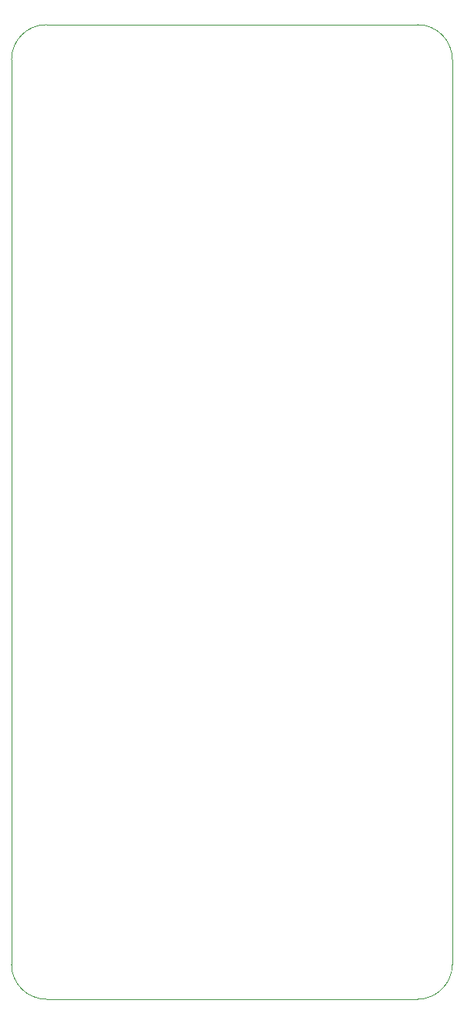
<source format=gbr>
%TF.GenerationSoftware,KiCad,Pcbnew,(6.0.5)*%
%TF.CreationDate,2022-09-15T17:30:36-04:00*%
%TF.ProjectId,protoboard,70726f74-6f62-46f6-9172-642e6b696361,0.1*%
%TF.SameCoordinates,Original*%
%TF.FileFunction,Profile,NP*%
%FSLAX46Y46*%
G04 Gerber Fmt 4.6, Leading zero omitted, Abs format (unit mm)*
G04 Created by KiCad (PCBNEW (6.0.5)) date 2022-09-15 17:30:36*
%MOMM*%
%LPD*%
G01*
G04 APERTURE LIST*
%TA.AperFunction,Profile*%
%ADD10C,0.100000*%
%TD*%
G04 APERTURE END LIST*
D10*
X151130000Y-158750000D02*
X110490000Y-158750000D01*
X110490000Y-52070000D02*
X151130000Y-52070000D01*
X106680000Y-154940000D02*
X106680000Y-55880000D01*
X154940000Y-55880000D02*
X154940000Y-154940000D01*
X110490000Y-52070000D02*
G75*
G03*
X106680000Y-55880000I0J-3810000D01*
G01*
X151130000Y-158750000D02*
G75*
G03*
X154940000Y-154940000I0J3810000D01*
G01*
X106680000Y-154940000D02*
G75*
G03*
X110490000Y-158750000I3810000J0D01*
G01*
X154940000Y-55880000D02*
G75*
G03*
X151130000Y-52070000I-3810000J0D01*
G01*
M02*

</source>
